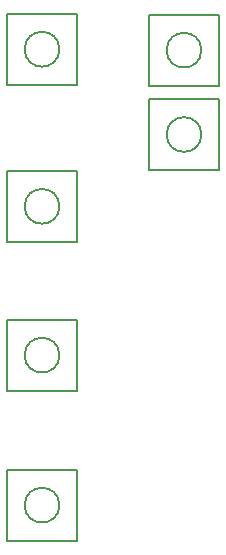
<source format=gbr>
G04 #@! TF.GenerationSoftware,KiCad,Pcbnew,8.0.4*
G04 #@! TF.CreationDate,2025-04-22T14:39:34+02:00*
G04 #@! TF.ProjectId,MarvinProjekt,4d617276-696e-4507-926f-6a656b742e6b,rev?*
G04 #@! TF.SameCoordinates,Original*
G04 #@! TF.FileFunction,Other,User*
%FSLAX46Y46*%
G04 Gerber Fmt 4.6, Leading zero omitted, Abs format (unit mm)*
G04 Created by KiCad (PCBNEW 8.0.4) date 2025-04-22 14:39:34*
%MOMM*%
%LPD*%
G01*
G04 APERTURE LIST*
%ADD10C,0.200000*%
G04 APERTURE END LIST*
G04 #@! TO.C,SW2*
D10*
X99800000Y-109979456D02*
X105800000Y-109979456D01*
X105800000Y-115979456D01*
X99800000Y-115979456D01*
X99800000Y-109979456D01*
X104270544Y-112979456D02*
G75*
G02*
X101329456Y-112979456I-1470544J0D01*
G01*
X101329456Y-112979456D02*
G75*
G02*
X104270544Y-112979456I1470544J0D01*
G01*
G04 #@! TO.C,SW6*
X87779456Y-154500000D02*
X93779456Y-154500000D01*
X93779456Y-148500000D01*
X87779456Y-148500000D01*
X87779456Y-154500000D01*
X92250000Y-151500000D02*
G75*
G02*
X89308912Y-151500000I-1470544J0D01*
G01*
X89308912Y-151500000D02*
G75*
G02*
X92250000Y-151500000I1470544J0D01*
G01*
G04 #@! TO.C,SW3*
X87779456Y-129200000D02*
X93779456Y-129200000D01*
X93779456Y-123200000D01*
X87779456Y-123200000D01*
X87779456Y-129200000D01*
X92250000Y-126200000D02*
G75*
G02*
X89308912Y-126200000I-1470544J0D01*
G01*
X89308912Y-126200000D02*
G75*
G02*
X92250000Y-126200000I1470544J0D01*
G01*
G04 #@! TO.C,SW1*
X105800000Y-123120544D02*
X99800000Y-123120544D01*
X99800000Y-117120544D01*
X105800000Y-117120544D01*
X105800000Y-123120544D01*
X104270544Y-120120544D02*
G75*
G02*
X101329456Y-120120544I-1470544J0D01*
G01*
X101329456Y-120120544D02*
G75*
G02*
X104270544Y-120120544I1470544J0D01*
G01*
G04 #@! TO.C,SW4*
X87779456Y-115900000D02*
X93779456Y-115900000D01*
X93779456Y-109900000D01*
X87779456Y-109900000D01*
X87779456Y-115900000D01*
X92250000Y-112900000D02*
G75*
G02*
X89308912Y-112900000I-1470544J0D01*
G01*
X89308912Y-112900000D02*
G75*
G02*
X92250000Y-112900000I1470544J0D01*
G01*
G04 #@! TO.C,SW5*
X87779456Y-141800000D02*
X93779456Y-141800000D01*
X93779456Y-135800000D01*
X87779456Y-135800000D01*
X87779456Y-141800000D01*
X92250000Y-138800000D02*
G75*
G02*
X89308912Y-138800000I-1470544J0D01*
G01*
X89308912Y-138800000D02*
G75*
G02*
X92250000Y-138800000I1470544J0D01*
G01*
G04 #@! TO.C,SW9*
X99800000Y-115979456D02*
X105800000Y-115979456D01*
X105800000Y-109979456D01*
X99800000Y-109979456D01*
X99800000Y-115979456D01*
X104270544Y-112979456D02*
G75*
G02*
X101329456Y-112979456I-1470544J0D01*
G01*
X101329456Y-112979456D02*
G75*
G02*
X104270544Y-112979456I1470544J0D01*
G01*
G04 #@! TO.C,SW8*
X105800000Y-117120544D02*
X99800000Y-117120544D01*
X99800000Y-123120544D01*
X105800000Y-123120544D01*
X105800000Y-117120544D01*
X104270544Y-120120544D02*
G75*
G02*
X101329456Y-120120544I-1470544J0D01*
G01*
X101329456Y-120120544D02*
G75*
G02*
X104270544Y-120120544I1470544J0D01*
G01*
G04 #@! TD*
M02*

</source>
